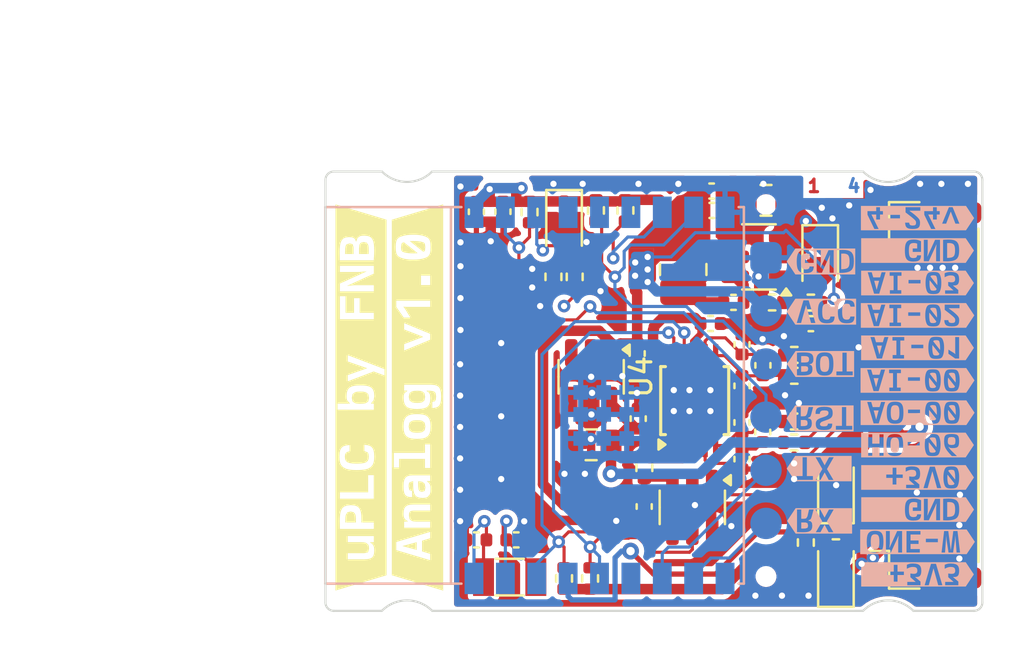
<source format=kicad_pcb>
(kicad_pcb (version 20221018) (generator pcbnew)
  (title_block (title "uPLC_Analog") (date "2024-02-20") (rev "v1.0"))
  (layers (0 "F.Cu" signal) (1 "In1.Cu" signal) (2 "In2.Cu" signal) (31 "B.Cu" signal) (34 "B.Paste" user) (35 "F.Paste" user) (36 "B.SilkS" user "B.Silkscreen") (37 "F.SilkS" user "F.Silkscreen") (38 "B.Mask" user) (39 "F.Mask" user) (44 "Edge.Cuts" user))
  (net 0 "")
  (net 1 "+VDC")
  (net 2 "GND")
  (net 3 "+3.3V")
  (net 4 "Net-(U3-GPIO0{slash}ADC1_CH0{slash}XTAL_32K_P)")
  (net 5 "TX")
  (net 6 "RX")
  (net 7 "BOOT")
  (net 8 "RST")
  (net 9 "ONEWIRE")
  (net 10 "ONEWIRE_OUT")
  (net 11 "Net-(U1-BST)")
  (net 12 "+3V0")
  (net 13 "Net-(U2-AIN0)")
  (net 14 "Net-(U3-GPIO1{slash}ADC1_CH1{slash}XTAL_32K_N)")
  (net 15 "/SW")
  (net 16 "/FB")
  (net 17 "/VIN_P")
  (net 18 "Net-(U2-AIN1)")
  (net 19 "Net-(U2-AIN2)")
  (net 20 "Net-(U2-AIN3)")
  (net 21 "SCL")
  (net 22 "SDA")
  (net 23 "ADC")
  (net 24 "AIN0")
  (net 25 "AIN1")
  (net 26 "AIN2")
  (net 27 "AIN3")
  (net 28 "ADC_DRDY")
  (net 34 "ENBL_PSUP")
  (net 36 "AOUT0")
  (net 37 "Net-(U3-GPIO8)")
  (footprint "Resistor_SMD:R_0402_1005Metric" (layer "F.Cu") (at 122.51 80.565)
    (fp_text reference "R11" hide)
    (fp_text value "499R" hide)
  )
  (footprint "Capacitor_SMD:C_0402_1005Metric" (layer "F.Cu") (at 120.01 83.795 -90)
    (fp_text reference "C16" hide)
    (fp_text value "0.1uF" hide)
  )
  (footprint "Resistor_SMD:R_0402_1005Metric" (layer "F.Cu") (at 124.5 89 180)
    (fp_text reference "R13" hide)
    (fp_text value "100R" hide)
  )
  (footprint "Resistor_SMD:R_0402_1005Metric" (layer "F.Cu") (at 123.302168 78.064865)
    (fp_text reference "R14" hide)
    (fp_text value "182k" hide)
  )
  (footprint "Capacitor_SMD:C_0402_1005Metric" (layer "F.Cu") (at 123.302168 79.072365 180)
    (fp_text reference "C9" hide)
    (fp_text value "0.1uF" hide)
  )
  (footprint "Capacitor_SMD:C_0402_1005Metric" (layer "F.Cu") (at 115 80.5 -90)
    (fp_text reference "C10" hide)
    (fp_text value "0.1uF" hide)
  )
  (footprint "Package_TO_SOT_SMD:SOT-23-6" (layer "F.Cu") (at 117.636222 87.852642 -90)
    (fp_text reference "U5" hide)
    (fp_text value "MCP4725xxx-xCH" hide)
  )
  (footprint "Resistor_SMD:R_0402_1005Metric" (layer "F.Cu") (at 112.014 76.835 90)
    (fp_text reference "R7" hide)
    (fp_text value "309k" hide)
  )
  (footprint "Capacitor_SMD:C_0402_1005Metric" (layer "F.Cu") (at 118.51 79.065)
    (fp_text reference "C13" hide)
    (fp_text value "0.1uF" hide)
  )
  (footprint "Capacitor_SMD:C_0402_1005Metric" (layer "F.Cu") (at 121 84.25 90)
    (fp_text reference "C19" hide)
    (fp_text value "1uF" hide)
  )
  (footprint "Resistor_SMD:R_0402_1005Metric" (layer "F.Cu") (at 114.437926 73.66 90)
    (fp_text reference "R4" hide)
    (fp_text value "10K" hide)
  )
  (footprint "Diode_SMD:D_SOD-323" (layer "F.Cu") (at 111.506 74.295 -90)
    (fp_text reference "D3" hide)
    (fp_text value "1N5819WS" hide)
  )
  (footprint "Capacitor_SMD:C_0402_1005Metric" (layer "F.Cu") (at 118.565517 73.661241)
    (fp_text reference "C12" hide)
    (fp_text value "22uf" hide)
  )
  (footprint "Connector_JST:JST_GH_SM12B-GHS-TB_1x12-1MP_P1.25mm_Horizontal" (layer "F.Cu") (at 128.75 82.5 90)
    (fp_text reference "J2" hide)
    (fp_text value "SM12B-GHS-TB(LF)(SN)")
  )
  (footprint "Resistor_SMD:R_0402_1005Metric" (layer "F.Cu") (at 109.855 73.738298 -90)
    (fp_text reference "R1" hide)
    (fp_text value "10K" hide)
  )
  (footprint "Resistor_SMD:R_0402_1005Metric" (layer "F.Cu") (at 115.343719 85.962304 -90)
    (fp_text reference "R12" hide)
    (fp_text value "10K" hide)
  )
  (footprint "Capacitor_SMD:C_0402_1005Metric" (layer "F.Cu") (at 121.01 81.065 90)
    (fp_text reference "C20" hide)
    (fp_text value "1uF" hide)
  )
  (footprint "Capacitor_SMD:C_0402_1005Metric" (layer "F.Cu") (at 109.22 89.408)
    (fp_text reference "C4" hide)
    (fp_text value "20pf" hide)
  )
  (footprint "Resistor_SMD:R_0402_1005Metric" (layer "F.Cu") (at 122.5 83.75)
    (fp_text reference "R9" hide)
    (fp_text value "499R" hide)
  )
  (footprint "Diode_SMD:D_SOD-323" (layer "F.Cu") (at 123.749442 75.974373 -90)
    (fp_text reference "D4" hide)
    (fp_text value "1N5819WS" hide)
  )
  (footprint "Capacitor_SMD:C_0402_1005Metric" (layer "F.Cu") (at 120.01 80.065 -90)
    (fp_text reference "C18" hide)
    (fp_text value "0.1uF" hide)
  )
  (footprint "Resistor_SMD:R_0402_1005Metric" (layer "F.Cu") (at 111.506 91.25 -90)
    (fp_text reference "R5" hide)
    (fp_text value "10K" hide)
  )
  (footprint "Package_TO_SOT_SMD:TSOT-23-6" (layer "F.Cu") (at 120.82238 75.881225 180)
    (fp_text reference "U1" hide)
    (fp_text value "AP63201WU" hide)
  )
  (footprint "Diode_SMD:D_SOD-323" (layer "F.Cu") (at 124.5 87 90)
    (fp_text reference "D2" hide)
    (fp_text value "1N5819WS" hide)
  )
  (footprint "Capacitor_SMD:C_0805_2012Metric" (layer "F.Cu") (at 112.8 84.8625 180)
    (fp_text reference "C7" hide)
    (fp_text value "10uF" hide)
  )
  (footprint "Capacitor_SMD:C_0402_1005Metric" (layer "F.Cu") (at 118.559221 72.73351)
    (fp_text reference "C8" hide)
    (fp_text value "22uf" hide)
  )
  (footprint "Capacitor_SMD:C_0402_1005Metric" (layer "F.Cu") (at 107.315 73.72445 -90)
    (fp_text reference "C3" hide)
    (fp_text value "0.1uF" hide)
  )
  (footprint "kibuzzard-65D49092" (layer "F.Cu") (at 101.8 82.6 90)
    (fp_text reference "kibuzzard-65D49092" hide)
    (fp_text value "G***" hide)
  )
  (footprint "Resistor_SMD:R_0402_1005Metric" (layer "F.Cu") (at 110.998 76.835 -90)
    (fp_text reference "R3" hide)
    (fp_text value "10K" hide)
  )
  (footprint "Package_SO:TSSOP-10_3x3mm_P0.5mm" (layer "F.Cu") (at 117.75 82.75 90)
    (fp_text reference "U2" hide)
    (fp_text value "ADS1115IDGS" hide)
  )
  (footprint "Resistor_SMD:R_0402_1005Metric" (layer "F.Cu") (at 121.450406 78.058122)
    (fp_text reference "R15" hide)
    (fp_text value "62k" hide)
  )
  (footprint "Inductor_SMD:L_1008_2520Metric" (layer "F.Cu") (at 117.200406 76.48351 90)
    (fp_text reference "L1" hide)
    (fp_text value "6.8uH" hide)
  )
  (footprint "Resistor_SMD:R_0402_1005Metric" (layer "F.Cu") (at 122.5 84.75)
    (fp_text reference "R8" hide)
    (fp_text value "499R" hide)
  )
  (footprint "kibuzzard-65DC9C3C" (layer "F.Cu") (at 104.5 82.6 90)
    (fp_text reference "kibuzzard-65DC9C3C" hide)
    (fp_text value "G***" hide)
  )
  (footprint "Resistor_SMD:R_0402_1005Metric" (layer "F.Cu") (at 122.51 81.565)
    (fp_text reference "R10" hide)
    (fp_text value "499R" hide)
  )
  (footprint "Resistor_SMD:R_0402_1005Metric" (layer "F.Cu") (at 112.75 91.25 -90)
    (fp_text reference "R16" hide)
    (fp_text value "10K" hide)
  )
  (footprint "Capacitor_SMD:C_0402_1005Metric" (layer "F.Cu") (at 120.01 82.045 90)
    (fp_text reference "C17" hide)
    (fp_text value "0.1uF" hide)
  )
  (footprint "Crystal:Crystal_SMD_3215-2Pin_3.2x1.5mm" (layer "F.Cu") (at 108.905989 91.186465)
    (fp_text reference "Y1" hide)
    (fp_text value "32.768khz 3215 12.5pf" hide)
  )
  (footprint "Diode_SMD:D_SOD-323" (layer "F.Cu") (at 124.5 91 90)
    (fp_text reference "D1" hide)
    (fp_text value "1N5819WS" hide)
  )
  (footprint "Capacitor_SMD:C_0402_1005Metric" (layer "F.Cu") (at 115.05 83.6125 90)
    (fp_text reference "C6" hide)
    (fp_text value "0.1uF" hide)
  )
  (footprint "Capacitor_SMD:C_0402_1005Metric" (layer "F.Cu") (at 115.336222 87.812642 -90)
    (fp_text reference "C14" hide)
    (fp_text value "0.1uF" hide)
  )
  (footprint "Capacitor_SMD:C_0805_2012Metric" (layer "F.Cu") (at 121.158 73.177632 180)
    (fp_text reference "C5" hide)
    (fp_text value "10uF" hide)
  )
  (footprint "Capacitor_SMD:C_0402_1005Metric" (layer "F.Cu") (at 108.585 73.719836 -90)
    (fp_text reference "C11" hide)
    (fp_text value "22uf" hide)
  )
  (footprint "Capacitor_SMD:C_0402_1005Metric" (layer "F.Cu") (at 120.01 85.545 90)
    (fp_text reference "C15" hide)
    (fp_text value "0.1uF" hide)
  )
  (footprint "Capacitor_SMD:C_0402_1005Metric" (layer "F.Cu") (at 107.315 89.408)
    (fp_text reference "C1" hide)
    (fp_text value "20pf" hide)
  )
  (footprint "Capacitor_SMD:C_0402_1005Metric" (layer "F.Cu") (at 119.604047 78.055779)
    (fp_text reference "C2" hide)
    (fp_text value "0.1uF" hide)
  )
  (footprint "Package_TO_SOT_SMD:SOT-23-5" (layer "F.Cu") (at 112.8 81.6125 -90)
    (fp_text reference "U4")
    (fp_text value "LP5907MFX-3.0" hide)
  )
  (footprint "Resistor_SMD:R_0402_1005Metric" (layer "F.Cu") (at 123.063 89.535 90)
    (fp_text reference "R6" hide)
    (fp_text value "10K" hide)
  )
  (footprint "Resistor_SMD:R_0402_1005Metric" (layer "F.Cu") (at 113.03 73.66 -90)
    (fp_text reference "R2" hide)
    (fp_text value "10K" hide)
  )
  (footprint "kibuzzard-65D7176D" (layer "B.Cu") (at 123.763688 81)
    (fp_text reference "kibuzzard-65D7176D" hide)
    (fp_text value "G***" hide)
  )
  (footprint "kibuzzard-65DC95EF" (layer "B.Cu") (at 128.4 80.22805)
    (fp_text reference "kibuzzard-65DC95EF" hide)
    (fp_text value "G***" hide)
  )
  (footprint "kibuzzard-65DC95DA" (layer "B.Cu") (at 128.4 77.129356)
    (fp_text reference "kibuzzard-65DC95DA" hide)
    (fp_text value "G***" hide)
  )
  (footprint "kibuzzard-65D7177B" (layer "B.Cu") (at 123.785094 76.1)
    (fp_text reference "kibuzzard-65D7177B" hide)
    (fp_text value "G***" hide)
  )
  (footprint "kibuzzard-65DC95E5" (layer "B.Cu") (at 128.402262 78.678703)
    (fp_text reference "kibuzzard-65DC95E5" hide)
    (fp_text value "G***" hide)
  )
  (footprint "esprelay:kibuzzard-65D3616E" (layer "B.Cu") (at 128.4 74.026138)
    (fp_text reference "kibuzzard-65D3616E" hide)
    (fp_text value "G***" hide)
  )
  (footprint "TestPoint:TestPoint_Pad_1.0x1.0mm_6pad" (layer "B.Cu") (at 121.158 75.92 -90)
    (fp_text reference "J1" hide)
    (fp_text value "Conn_01x06_Pin" hide)
  )
  (footprint "esprelay:kibuzzard-65D460A0" (layer "B.Cu") (at 123.720876 88.5)
    (fp_text reference "kibuzzard-65D460A0" hide)
    (fp_text value "G***" hide)
  )
  (footprint "esprelay:kibuzzard-65D46022" (layer "B.Cu") (at 123.742282 83.6)
    (fp_text reference "kibuzzard-65D46022" hide)
    (fp_text value "G***" hide)
  )
  (footprint "kibuzzard-65DC9610" (layer "B.Cu") (at 128.40377 83.329005)
    (fp_text reference "kibuzzard-65DC9610" hide)
    (fp_text value "G***" hide)
  )
  (footprint "kibuzzard-65DC961D" (layer "B.Cu") (at 128.402262 86.423174)
    (fp_text reference "kibuzzard-65DC961D" hide)
    (fp_text value "G***" hide)
  )
  (footprint "esprelay:kibuzzard-65D36177" (layer "B.Cu") (at 128.401508 75.577747)
    (fp_text reference "kibuzzard-65D36177" hide)
    (fp_text value "G***" hide)
  )
  (footprint "kibuzzard-65D74DE1" (layer "B.Cu") (at 128.404776 87.958194)
    (fp_text reference "kibuzzard-65D74DE1" hide)
    (fp_text value "G***" hide)
  )
  (footprint "kibuzzard-65D74DEE" (layer "B.Cu") (at 128.4 89.5)
    (fp_text reference "kibuzzard-65D74DEE" hide)
    (fp_text value "G***" hide)
  )
  (footprint "kibuzzard-65D8B121" (layer "B.Cu") (at 128.4 84.873827)
    (fp_text reference "kibuzzard-65D8B121" hide)
    (fp_text value "G***" hide)
  )
  (footprint "esprelay:kibuzzard-65D46066" (layer "B.Cu") (at 123.69947 86)
    (fp_text reference "kibuzzard-65D46066" hide)
    (fp_text value "G***" hide)
  )
  (footprint "kibuzzard-65DC95F6" (layer "B.Cu") (at 128.4 81.784183)
    (fp_text reference "kibuzzard-65DC95F6" hide)
    (fp_text value "G***" hide)
  )
  (footprint "kibuzzard-65D71774" (layer "B.Cu") (at 123.8065 78.5)
    (fp_text reference "kibuzzard-65D71774" hide)
    (fp_text value "G***" hide)
  )
  (footprint "kibuzzard-65D74DFB" (layer "B.Cu") (at 128.4 91.056138)
    (fp_text reference "kibuzzard-65D74DFB" hide)
    (fp_text value "G***" hide)
  )
  (footprint "PCM_Espressif:ESP32-C3-WROOM-02" (layer "B.Cu") (at 113.1 82.5 -90)
    (fp_text reference "U3" hide)
    (fp_text value "ESP32-C3-WROOM-02")
  )
  (gr_arc (start 100.1 72.2) (mid 100.217157 71.917157) (end 100.5 71.8) (stroke (width 0.1)) (layer "Edge.Cuts"))
  (gr_arc (start 128.2 71.802944) (mid 127 72.3) (end 125.8 71.802944) (stroke (width 0.1)) (layer "Edge.Cuts"))
  (gr_line (start 131.5 72.2) (end 131.5 92.4) (stroke (width 0.1)) (layer "Edge.Cuts"))
  (gr_arc (start 100.5 92.8) (mid 100.217157 92.682843) (end 100.1 92.4) (stroke (width 0.1)) (layer "Edge.Cuts"))
  (gr_line (start 102.8 92.8) (end 100.5 92.8) (stroke (width 0.1)) (layer "Edge.Cuts"))
  (gr_arc (start 125.8 92.797056) (mid 127 92.3) (end 128.2 92.797056) (stroke (width 0.1)) (layer "Edge.Cuts"))
  (gr_arc (start 131.5 92.4) (mid 131.382843 92.682843) (end 131.1 92.8) (stroke (width 0.1)) (layer "Edge.Cuts"))
  (gr_arc (start 131.1 71.8) (mid 131.382843 71.917157) (end 131.5 72.2) (stroke (width 0.1)) (layer "Edge.Cuts"))
  (gr_line (start 100.5 71.8) (end 102.8 71.8) (stroke (width 0.1)) (layer "Edge.Cuts"))
  (gr_arc (start 102.8 92.797056) (mid 104 92.3) (end 105.2 92.797056) (stroke (width 0.1)) (layer "Edge.Cuts"))
  (gr_arc (start 105.2 71.8) (mid 104 72.297056) (end 102.8 71.8) (stroke (width 0.1)) (layer "Edge.Cuts"))
  (gr_line (start 125.8 92.8) (end 105.2 92.8) (stroke (width 0.1)) (layer "Edge.Cuts"))
  (gr_line (start 100.1 92.4) (end 100.1 72.2) (stroke (width 0.1)) (layer "Edge.Cuts"))
  (gr_line (start 131.1 92.8) (end 128.2 92.8) (stroke (width 0.1)) (layer "Edge.Cuts"))
  (gr_line (start 128.2 71.8) (end 131.1 71.8) (stroke (width 0.1)) (layer "Edge.Cuts"))
  (gr_line (start 105.2 71.8) (end 125.8 71.8) (stroke (width 0.1)) (layer "Edge.Cuts"))
  (gr_text "1" (at 123.066142 72.844307) (layer "F.Cu") (effects (font (size 0.6 0.6) (thickness 0.15) bold) (justify left bottom)))
  (gr_text "4" (at 124.971142 72.844307) (layer "B.Cu") (effects (font (size 0.6 0.6) (thickness 0.15) bold) (justify left bottom)))
  (segment (start 125.148815 75.625) (end 123.749442 77.024373) (width 0.5) (layer "F.Cu") (net 1))
  (segment (start 126.9 75.625) (end 125.148815 75.625) (width 0.5) (layer "F.Cu") (net 1))
  (segment (start 117.636222 86.715142) (end 117.636222 87.363778) (width 0.4) (layer "F.Cu") (net 2))
  (segment (start 126.9 86.875) (end 128.098828 86.875) (width 0.5) (layer "F.Cu") (net 2))
  (segment (start 128.636556 86.875) (end 130.055 86.875) (width 0.5) (layer "F.Cu") (net 2))
  (segment (start 112.509916 84.8625) (end 112.788898 84.583518) (width 0.4) (layer "F.Cu") (net 2))
  (segment (start 107.8992 75.184) (end 106.553 75.184) (width 0.5) (layer "F.Cu") (net 2))
  (segment (start 126.9 76.875) (end 127.925 76.875) (width 0.5) (layer "F.Cu") (net 2))
  (segment (start 115.207358 88.292642) (end 115 88.5) (width 0.4) (layer "F.Cu") (net 2))
  (segment (start 115.651222 87.977642) (end 117.022358 87.977642) (width 0.4) (layer "F.Cu") (net 2))
  (segment (start 128.367692 87.143864) (end 128.636556 86.875) (width 0.5) (layer "F.Cu") (net 2))
  (segment (start 119.259858 88.990142) (end 119.5 88.75) (width 0.4) (layer "F.Cu") (net 2))
  (segment (start 109.7 89.408) (end 109.7 88.618) (width 0.25) (layer "F.Cu") (net 2))
  (segment (start 110.998 77.345) (end 109.984 77.345) (width 0.5) (layer "F.Cu") (net 2))
  (segment (start 118.586222 88.990142) (end 119.259858 88.990142) (width 0.4) (layer "F.Cu") (net 2))
  (segment (start 117.75 84) (end 117.75 84.9) (width 0.4) (layer "F.Cu") (net 2))
  (segment (start 115 80.98) (end 114.889383 80.98) (width 0.4) (layer "F.Cu") (net 2))
  (segment (start 124.5 86.781) (end 124.5108 86.7918) (width 0.5) (layer "F.Cu") (net 2))
  (segment (start 120.236767 79.811767) (end 120.993963 79.811767) (width 0.5) (layer "F.Cu") (net 2))
  (segment (start 117.022358 87.977642) (end 117.636222 87.363778) (width 0.4) (layer "F.Cu") (net 2))
  (segment (start 120.458477 82.866523) (end 122.726505 82.866523) (width 0.5) (layer "F.Cu") (net 2))
  (segment (start 115 88.5) (end 114 88.5) (width 0.4) (layer "F.Cu") (net 2))
  (segment (start 117.636222 87.363778) (end 117.636222 87.620535) (width 0.4) (layer "F.Cu") (net 2))
  (segment (start 120.993963 79.811767) (end 121.871321 79.811767) (width 0.5) (layer "F.Cu") (net 2))
  (segment (start 115.336222 88.292642) (end 115.207358 88.292642) (width 0.4) (layer "F.Cu") (net 2))
  (segment (start 109.7 88.618) (end 109.601 88.519) (width 0.25) (layer "F.Cu") (net 2))
  (segment (start 118.586222 88.990142) (end 118.586222 87.836222) (width 0.4) (layer "F.Cu") (net 2))
  (segment (start 112.8 81.6125) (end 112.8 80.475) (width 0.4) (layer "F.Cu") (net 2))
  (segment (start 124.5108 86.7918) (end 124.6124 86.8934) (width 0.5) (layer "F.Cu") (net 2))
  (segment (start 111.85 84.8625) (end 112.509916 84.8625) (width 0.4) (layer "F.Cu") (net 2))
  (segment (start 108.585 74.199836) (end 108.0008 74.199836) (width 0.5) (layer "F.Cu") (net 2))
  (segment (start 118.586222 87.836222) (end 118.494834 87.744834) (width 0.4) (layer "F.Cu") (net 2))
  (segment (start 128.098828 86.875) (end 128.367692 87.143864) (width 0.5) (layer "F.Cu") (net 2))
  (segment (start 118.99 79.065) (end 119.49 79.065) (width 0.5) (layer "F.Cu") (net 2))
  (segment (start 116.75 84) (end 116.75 84.9) (width 0.4) (layer "F.Cu") (net 2))
  (segment (start 108.0008 74.199836) (end 107.319614 74.199836) (width 0.5) (layer "F.Cu") (net 2))
  (segment (start 115.336222 88.292642) (end 115.651222 87.977642) (width 0.4) (layer "F.Cu") (net 2))
  (segment (start 121.871321 79.811767) (end 122.013209 79.669879) (width 0.5) (layer "F.Cu") (net 2))
  (segment (start 124.6124 86.8934) (end 126.8816 86.8934) (width 0.5) (layer "F.Cu") (net 2))
  (segment (start 124.5 85.95) (end 124.5 86.781) (width 0.5) (layer "F.Cu") (net 2))
  (segment (start 118.494834 87.744834) (end 117.760521 87.744834) (width 0.4) (layer "F.Cu") (net 2))
  (segment (start 119.49 79.065) (end 120.236767 79.811767) (width 0.5) (layer "F.Cu") (net 2))
  (segment (start 122.036618 82.525) (end 122.067212 82.494406) (width 0.5) (layer "F.Cu") (net 2))
  (segment (start 109.984 77.345) (end 109.982 77.343) (width 0.5) (layer "F.Cu") (net 2))
  (segment (start 117.636222 87.620535) (end 117.760521 87.744834) (width 0.4) (layer "F.Cu") (net 2))
  (segment (start 117.5 83.25) (end 116.75 84) (width 0.4) (layer "F.Cu") (net 2))
  (segment (start 119.49 79.065) (end 120.01 79.585) (width 0.5) (layer "F.Cu") (net 2))
  (segment (start 127.925 76.875) (end 128.4 76.4) (width 0.5) (layer "F.Cu") (net 2))
  (segment (start 115.05 82.440018) (end 114.99191 82.381928) (width 0.4) (layer "F.Cu") (net 2))
  (segment (start 120.01 83.315) (end 120.458477 82.866523) (width 0.5) (layer "F.Cu") (net 2))
  (segment (start 115.05 83.1325) (end 115.05 82.440018) (width 0.4) (layer "F.Cu") (net 2))
  (segment (start 118.5 83.25) (end 117.75 84) (width 0.4) (layer "F.Cu") (net 2))
  (segment (start 108.0008 74.199836) (end 108.0008 75.0824) (width 0.5) (layer "F.Cu") (net 2))
  (segment (start 120.01 82.525) (end 122.036618 82.525) (width 0.5) (layer "F.Cu") (net 2))
  (segment (start 109.61552 88.50448) (end 109.601 88.519) (width 0.5) (layer "F.Cu") (net 2))
  (segment (start 108.0008 75.0824) (end 108.0008 75.1332) (width 0.5) (layer "F.Cu") (net 2))
  (segment (start 107.95 75.1332) (end 107.8992 75.184) (width 0.5) (layer "F.Cu") (net 2))
  (segment (start 108.0008 75.1332) (end 107.95 75.1332) (width 0.5) (layer "F.Cu") (net 2))
  (segment (start 114.889383 80.98) (end 114.292296 81.577087) (width 0.4) (layer "F.Cu") (net 2))
  (segment (start 130.055 86.875) (end 130.429 87.249) (width 0.5) (layer "F.Cu") (net 2))
  (segment (start 111.85 85.925) (end 111.525 86.25) (width 0.4) (layer "F.Cu") (net 2))
  (segment (start 111.85 84.8625) (end 111.85 85.925) (width 0.4) (layer "F.Cu") (net 2))
  (via (at 130.81 72.39) (size 0.6) (drill 0.3) (layers "F.Cu" "B.Cu") (net 2))
  (via (at 122.726505 82.866523) (size 0.6) (drill 0.3) (layers "F.Cu" "B.Cu") (net 2))
  (via (at 113.247677 77.518201) (size 0.6) (drill 0.3) (layers "F.Cu" "B.Cu") (net 2))
  (via (at 106.553 75.184) (size 0.6) (drill 0.3) (layers "F.Cu" "B.Cu") (net 2))
  (via (at 121.031 72.39) (size 0.6) (drill 0.3) (layers "F.Cu" "B.Cu") (net 2))
  (via (at 106.536402 85.512134) (size 0.6) (drill 0.3) (layers "F.Cu" "B.Cu") (net 2))
  (via (at 129.6 76.4) (size 0.6) (drill 0.3) (layers "F.Cu" "B.Cu") (net 2))
  (via (at 122.5 85.75) (size 0.6) (drill 0.3) (layers "F.Cu" "B.Cu") (net 2))
  (via (at 118.5 82.25) (size 0.6) (drill 0.3) (layers "F.Cu" "B.Cu") (net 2))
  (via (at 108.5 80) (size 0.6) (drill 0.3) (layers "F.Cu" "B.Cu") (net 2))
  (via (at 109.982 77.343) (size 0.6) (drill 0.3) (layers "F.Cu" "B.Cu") (net 2))
  (via (at 126.152645 72.680001) (size 0.6) (drill 0.3) (layers "F.Cu" "B.Cu") (net 2))
  (via (at 106.536402 87.012134) (size 0.6) (drill 0.3) (layers "F.Cu" "B.Cu") (net 2))
  (via (at 106.536402 82.512134) (size 0.6) (drill 0.3) (layers "F.Cu" "B.Cu") (net 2))
  (via (at 106.553 79.375) (size 0.6) (drill 0.3) (layers "F.Cu" "B.Cu") (net 2))
  (via (at 128.4 76.4) (size 0.6) (drill 0.3) (layers "F.Cu" "B.Cu") (net 2))
  (via (at 114.99191 82.381928) (size 0.6) (drill 0.3) (layers "F.Cu" "B.Cu") (net 2))
  (via (at 122.067212 82.494406) (size 0.6) (drill 0.3) (layers "F.Cu" "B.Cu") (net 2))
  (via (at 114 88.5) (size 0.6) (drill 0.3) (layers "F.Cu" "B.Cu") (net 2))
  (via (at 129.54 72.39) (size 0.6) (drill 0.3) (layers "F.Cu" "B.Cu") (net 2))
  (via (at 110.998 72.39) (size 0.6) (drill 0.3) (layers "F.Cu" "B.Cu") (net 2))
  (via (at 112.395 72.39) (size 0.6) (drill 0.3) (layers "F.Cu" "B.Cu") (net 2))
  (via (at 106.536402 81.012134) (size 0.6) (drill 0.3) (layers "F.Cu" "B.Cu") (net 2))
  (via (at 106.536402 84.012134) (size 0.6) (drill 0.3) (layers "F.Cu" "B.Cu") (net 2))
  (via (at 117.760521 87.744834) (size 0.6) (drill 0.3) (layers "F.Cu" "B.Cu") (net 2))
  (via (at 128.367692 87.143864) (size 0.6) (drill 0.3) (layers "F.Cu" "B.Cu") (net 2))
  (via (at 125.586014 80.201636) (size 0.6) (drill 0.3) (layers "F.Cu" "B.Cu") (net 2))
  (via (at 114.292296 81.577087) (size 0.6) (drill 0.3) (layers "F.Cu" "B.Cu") (net 2))
  (via (at 128.524 72.39) (size 0.6) (drill 0.3) (layers "F.Cu" "B.Cu") (net 2))
  (via (at 115.062 72.39) (size 0.6) (drill 0.3) (layers "F.Cu" "B.Cu") (net 2))
  (via (at 123.825 73.533) (size 0.6) (drill 0.3) (layers "F.Cu" "B.Cu") (net 2))
  (via (at 129 76.4) (size 0.6) (drill 0.3) (layers "F.Cu" "B.Cu") (net 2))
  (via (at 111.525 86.25) (size 0.6) (drill 0.3) (layers "F.Cu" "B.Cu") (net 2))
  (via (at 130.4 90.3) (size 0.6) (drill 0.3) (layers "F.Cu" "B.Cu") (net 2))
  (via (at 123.19 92.075) (size 0.6) (drill 0.3) (layers "F.Cu" "B.Cu") (net 2))
  (via (at 106.553 77.851) (size 0.6) (drill 0.3) (layers "F.Cu" "B.Cu") (net 2))
  (via (at 119.5 88.75) (size 0.6) (drill 0.3) (layers "F.Cu" "B.Cu") (net 2))
  (via (at 120.993963 79.811767) (size 0.6) (drill 0.3) (layers "F.Cu" "B.Cu") (net 2))
  (via (at 108.0008 75.1332) (size 0.6) (drill 0.3) (layers "F.Cu" "B.Cu") (net 2))
  (via (at 109.601 88.519) (size 0.6) (drill 0.3) (layers "F.Cu" "B.Cu") (net 2))
  (via (at 117.5 83.25) (size 0.6) (drill 0.3) (layers "F.Cu" "B.Cu") (net 2))
  (via (at 112.578872 75.172375) (size 0.6) (drill 0.3) (layers "F.Cu" "B.Cu") (net 2))
  (via (at 109.982 76.454) (size 0.6) (drill 0.3) (layers "F.Cu" "B.Cu") (net 2))
  (via (at 120.800406 76.818) (size 0.6) (drill 0.3) (layers "F.Cu" "B.Cu") (net 2))
  (via (at 112.8 81.6125) (size 0.6) (drill 0.3) (layers "F.Cu" "B.Cu") (net 2))
  (via (at 118.5 83.25) (size 0.6) (drill 0.3) (layers "F.Cu" "B.Cu") (net 2))
  (via (at 116.75 82.25) (size 0.6) (drill 0.3) (layers "F.Cu" "B.Cu") (net 2))
  (via (at 122.5 86.5) (size 0.6) (drill 0.3) (layers "F.Cu" "B.Cu") (net 2))
  (via (at 117.5 82.25) (size 0.6) (drill 0.3) (layers "F.Cu" "B.Cu") (net 2))
  (via (at 106.553 72.517) (size 0.6) (drill 0.3) (layers "F.Cu" "B.Cu") (net 2))
  (via (at 112.813167 83.412564) (size 0.6) (drill 0.3) (layers "F.Cu" "B.Cu") (net 2))
  (via (at 120.65 92.075) (size 0.6) (drill 0.3) (layers "F.Cu" "B.Cu") (net 2))
  (via (at 125.134488 73.420269) (size 0.6) (drill 0.3) (layers "F.Cu" "B.Cu") (net 2))
  (via (at 130.429 87.249) (size 0.6) (drill 0.3) (layers "F.Cu" "B.Cu") (net 2))
  (via (at 112.788898 84.583518) (size 0.6) (drill 0.3) (layers "F.Cu" "B.Cu") (net 2))
  (via (at 112.5 86.25) (size 0.6) (drill 0.3) (layers "F.Cu" "B.Cu") (net 2))
  (via (at 106.553 76.327) (size 0.6) (drill 0.3) (layers "F.Cu" "B.Cu") (net 2))
  (via (at 130.2 76.4) (size 0.6) (drill 0.3) (layers "F.Cu" "B.Cu") (net 2))
  (via (at 124.333 74.041) (size 0.6) (drill 0.3) (layers "F.Cu" "B.Cu") (net 2))
  (via (at 124.5108 86.7918) (size 0.6) (drill 0.3) (layers "F.Cu" "B.Cu") (net 2))
  (via (at 122.013209 79.669879) (size 0.6) (drill 0.3) (layers "F.Cu" "B.Cu") (net 2))
  (via (at 108.5 86.5) (size 0.6) (drill 0.3) (layers "F.Cu" "B.Cu") (net 2))
  (via (at 112.843502 82.381153) (size 0.6) (drill 0.3) (layers "F.Cu" "B.Cu") (net 2))
  (via (at 108.5 83.5) (size 0.6) (drill 0.3) (layers "F.Cu" "B.Cu") (net 2))
  (via (at 106.536402 88.512134) (size 0.6) (drill 0.3) (layers "F.Cu" "B.Cu") (net 2))
  (via (at 116.75 83.25) (size 0.6) (drill 0.3) (layers "F.Cu" "B.Cu") (net 2))
  (via (at 130.4 88.7) (size 0.6) (drill 0.3) (layers "F.Cu" "B.Cu") (net 2))
  (via (at 121.92 92.075) (size 0.6) (drill 0.3) (layers "F.Cu" "B.Cu") (net 2))
  (via (at 110.363 78.232) (size 0.6) (drill 0.3) (layers "F.Cu" "B.Cu") (net 2))
  (via (at 116.967 72.39) (size 0.6) (drill 0.3) (layers "F.Cu" "B.Cu") (net 2))
  (segment (start 116.078 73.152) (end 117.200406 74.274406) (width 0.5) (layer "F.Cu") (net 3))
  (segment (start 109.22 73.24445) (end 109.22 72.644) (width 0.5) (layer "F.Cu") (net 3))
  (segment (start 125.73 90.551) (end 125.603 90.551) (width 0.5) (layer "F.Cu") (net 3))
  (segment (start 114.783012 87.75) (end 115.20037 87.332642) (width 0.5) (layer "F.Cu") (net 3))
  (segment (start 116.443384 86.472304) (end 116.686222 86.715142) (width 0.31) (layer "F.Cu") (net 3))
  (segment (start 123.812168 78.064865) (end 123.812168 79.042365) (width 0.15) (layer "F.Cu") (net 3))
  (segment (start 114.205 80.02) (end 113.75 80.475) (width 0.5) (layer "F.Cu") (net 3))
  (segment (start 115 77.583916) (end 115 80.02) (width 0.5) (layer "F.Cu") (net 3))
  (segment (start 109.270345 72.593655) (end 109.468964 72.593655) (width 0.5) (layer "F.Cu") (net 3))
  (segment (start 126.9 89.635) (end 126.2675 90.2675) (width 0.5) (layer "F.Cu") (net 3))
  (segment (start 124.400406 77.883534) (end 123.993499 77.883534) (width 0.15) (layer "F.Cu") (net 3))
  (segment (start 107.315 73.24445) (end 107.95 73.24445) (width 0.5) (layer "F.Cu") (net 3))
  (segment (start 113.75 80.475) (end 113.75 79.984683) (width 0.5) (layer "F.Cu") (net 3))
  (segment (start 124.5 91.482) (end 123.063 90.045) (width 0.5) (layer "F.Cu") (net 3))
  (segment (start 115.343719 86.472304) (end 116.443384 86.472304) (width 0.31) (layer "F.Cu") (net 3))
  (segment (start 113.177817 79.4125) (end 111.3375 79.4125) (width 0.5) (layer "F.Cu") (net 3))
  (segment (start 125.73 89.789) (end 126.144 89.375) (width 0.5) (layer "F.Cu") (net 3))
  (segment (start 126.144 89.375) (end 126.9 89.375) (width 0.5) (layer "F.Cu") (net 3))
  (segment (start 124.5 92.05) (end 124.5 91.482) (width 0.5) (layer "F.Cu") (net 3))
  (segment (start 114.359628 73.228298) (end 114.437926 73.15) (width 0.5) (layer "F.Cu") (net 3))
  (segment (start 109.855 73.228298) (end 114.359628 73.228298) (width 0.5) (layer "F.Cu") (net 3))
  (segment (start 115 80.02) (end 114.205 80.02) (width 0.5) (layer "F.Cu") (net 3))
  (segment (start 123.063 90.045) (end 120.775 90.045) (width 0.5) (layer "F.Cu") (net 3))
  (segment (start 107.95 73.24445) (end 107.95 72.644) (width 0.5) (layer "F.Cu") (net 3))
  (segment (start 114.900406 77.484322) (end 114.900406 76.78351) (width 0.5) (layer "F.Cu") (net 3))
  (segment (start 119.06 91.76) (end 111.57 91.76) (width 0.5) (layer "F.Cu") (net 3))
  (segment (start 115.20037 87.332642) (end 115.336222 87.332642) (width 0.5) (layer "F.Cu") (net 3))
  (segment (start 124.5 91.654) (end 124.5 92.05) (width 0.5) (layer "F.Cu") (net 3))
  (segment (start 126.9 89.375) (end 126.9 89.635) (width 0.5) (layer "F.Cu") (net 3))
  (segment (start 115 77.583916) (end 114.900406 77.484322) (width 0.5) (layer "F.Cu") (net 3))
  (segment (start 109.22 73.24445) (end 109.838848 73.24445) (width 0.5) (layer "F.Cu") (net 3))
  (segment (start 117.200406 74.274406) (end 117.200406 75.40851) (width 0.5) (layer "F.Cu") (net 3))
  (segment (start 120.775 90.045) (end 119.06 91.76) (width 0.5) (layer "F.Cu") (net 3))
  (segment (start 125.73 90.551) (end 125.73 89.789) (width 0.5) (layer "F.Cu") (net 3))
  (segment (start 114.439926 73.152) (end 116.078 73.152) (width 0.5) (layer "F.Cu") (net 3))
  (segment (start 107.95 73.24445) (end 109.22 73.24445) (width 0.5) (layer "F.Cu") (net 3))
  (segment (start 115.336222 87.332642) (end 115.336222 86.479801) (width 0.31) (layer "F.Cu") (net 3))
  (segment (start 113.75 79.984683) (end 113.177817 79.4125) (width 0.5) (layer "F.Cu") (net 3))
  (segment (start 109.22 72.644) (end 109.270345 72.593655) (width 0.5) (layer "F.Cu") (net 3))
  (segment (start 111.5 87.75) (end 114.783012 87.75) (width 0.5) (layer "F.Cu") (net 3))
  (segment (start 110.5 80.25) (end 110.5 86.75) (width 0.5) (layer "F.Cu") (net 3))
  (segment (start 125.603 90.551) (end 124.5 91.654) (width 0.5) (layer "F.Cu") (net 3))
  (segment (start 110.5 86.75) (end 111.5 87.75) (width 0.5) (layer "F.Cu") (net 3))
  (segment (start 111.3375 79.4125) (end 110.5 80.25) (width 0.5) (layer "F.Cu") (net 3))
  (segment (start 115.336222 86.479801) (end 115.343719 86.472304) (width 0.31) (layer "F.Cu") (net 3))
  (via (at 115.500406 76.48351) (size 0.6) (drill 0.3) (layers "F.Cu" "B.Cu") (net 3))
  (via (at 115.500406 77.08351) (size 0.6) (drill 0.3) (layers "F.Cu" "B.Cu") (net 3))
  (via (at 115.500406 75.88351) (size 0.6) (drill 0.3) (layers "F.Cu" "B.Cu") (net 3))
  (via (at 107.95 72.644) (size 0.6) (drill 0.3) (layers "F.Cu" "B.Cu") (net 3))
  (via (at 114.905 76.14778) (size 0.6) (drill 0.3) (layers "F.Cu" "B.Cu") (net 3))
  (via (at 126.2675 90.2675) (size 0.6) (drill 0.3) (layers "F.Cu" "B.Cu") (net 3))
  (via (at 114.900406 76.78351) (size 0.6) (drill 0.3) (layers "F.Cu" "B.Cu") (net 3))
  (via (at 109.468964 72.593655) (size 0.6) (drill 0.3) (layers "F.Cu" "B.Cu") (net 3))
  (via (at 124.400406 77.883534) (size 0.6) (drill 0.3) (layers "F.Cu" "B.Cu") (net 3))
  (via (at 125.73 90.551) (size 0.6) (drill 0.3) (layers "F.Cu" "B.Cu") (net 3))
  (segment (start 122 74.725) (end 117.775 74.725) (width 0.15) (layer "B.Cu") (net 3))
  (segment (start 108.000345 72.593655) (end 107.95 72.644) (width 0.5) (layer "B.Cu") (net 3))
  (segment (start 107.2 73.394) (end 107.95 72.644) (width 0.5) (layer "B.Cu") (net 3))
  (segment (start 124.400406 76.900406) (end 122.1125 74.6125) (width 0.15) (layer "B.Cu") (net 3))
  (segment (start 120.229046 77.531046) (end 121.158 78.46) (width 0.5) (layer "B.Cu") (net 3))
  (segment (start 109.468964 72.593655) (end 108.000345 72.593655) (width 0.5) (layer "B.Cu") (net 3))
  (segment (start 124.400406 77.883534) (end 124.400406 76.900406) (width 0.15) (layer "B.Cu") (net 3))
  (segment (start 115.947942 77.531046) (end 120.229046 77.531046) (width 0.5) (layer "B.Cu") (net 3))
  (segment (start 117.775 74.725) (end 116.61649 75.88351) (width 0.15) (layer "B.Cu") (net 3))
  (segment (start 122.1125 74.6125) (end 122 74.725) (width 0.15) (layer "B.Cu") (net 3))
  (segment (start 116.61649 75.88351) (end 115.500406 75.88351) (width 0.15) (layer "B.Cu") (net 3))
  (segment (start 115.500406 77.08351) (end 115.947942 77.531046) (width 0.5) (layer "B.Cu") (net 3))
  (segment (start 107.655989 89.547011) (end 107.655989 91.186465) (width 0.15) (layer "F.Cu") (net 4))
  (segment (start 107.795 88.618) (end 107.696 88.519) (width 0.15) (layer "F.Cu") (net 4))
  (segment (start 107.795 89.408) (end 107.795 88.618) (width 0.15) (layer "F.Cu") (net 4))
  (via (at 107.696 88.519) (size 0.6) (drill 0.3) (layers "F.Cu" "B.Cu") (net 4))
  (segment (start 107.2 91.25) (end 107.2 89.015) (width 0.15) (layer "B.Cu") (net 4))
  (segment (start 107.2 89.015) (end 107.696 88.519) (width 0.15) (layer "B.Cu") (net 4))
  (segment (start 116.2 90.05) (end 116.5 89.75) (width 0.15) (layer "B.Cu") (net 5))
  (segment (start 116.5 89.75) (end 117.488 89.75) (width 0.15) (layer "B.Cu") (net 5))
  (segment (start 117.488 89.75) (end 121.158 86.08) (width 0.15) (layer "B.Cu") (net 5))
  (segment (start 116.2 91.25) (end 116.2 90.05) (width 0.15) (layer "B.Cu") (net 5))
  (segment (start 117.7 91.1) (end 118.525 90.275) (width 0.15) (layer "B.Cu") (net 6))
  (segment (start 119.402 90.275) (end 121.057 88.62) (width 0.15) (layer "B.Cu") (net 6))
  (segment (start 118.525 90.275) (end 119.402 90.275) (width 0.15) (layer "B.Cu") (net 6))
  (segment (start 113.3018 76.200786) (end 113.3018 74.4418) (width 0.15) (layer "F.Cu") (net 7))
  (segment (start 113.3018 74.4418) (end 113.03 74.17) (width 0.15) (layer "F.Cu") (net 7))
  (segment (start 113.936014 76.835) (end 113.3018 76.200786) (width 0.15) (layer "F.Cu") (net 7))
  (via (at 113.936014 76.835) (size 0.6) (drill 0.3) (layers "F.Cu" "B.Cu") (net 7))
  (segment (start 114.38 76.391014) (end 114.38 75.612) (width 0.15) (layer "B.Cu") (net 7))
  (segment (start 113.936014 76.835) (end 114.38 76.391014) (width 0.15) (layer "B.Cu") (net 7))
  (segment (start 116.264736 75.311) (end 117.525736 74.05) (width 0.15) (layer "B.Cu") (net 7))
  (segment (start 114.681 75.311) (end 116.264736 75.311) (width 0.15) (layer "B.Cu") (net 7))
  (segment (start 118.051462 78.948538) (end 119.106538 78.948538) (width 0.15) (layer "B.Cu") (net 7))
  (segment (start 119.106538 78.948538) (end 121.158 81) (width 0.15) (layer "B.Cu") (net 7))
  (segment (start 117.352924 78.25) (end 118.051462 78.948538) (width 0.15) (layer "B.Cu") (net 7))
  (segment (start 113.936014 77.436014) (end 114.75 78.25) (width 0.15) (layer "B.Cu") (net 7))
  (segment (start 113.936014 76.835) (end 113.936014 77.436014) (width 0.15) (layer "B.Cu") (net 7))
  (segment (start 114.75 78.25) (end 117.352924 78.25) (width 0.15) (layer "B.Cu") (net 7))
  (segment (start 114.38 75.612) (end 114.681 75.311) (width 0.15) (layer "B.Cu") (net 7))
  (segment (start 117.525736 74.05) (end 117.7 74.05) (width 0.15) (layer "B.Cu") (net 7))
  (segment (start 109.855 74.248298) (end 109.855 74.93) (width 0.15) (layer "F.Cu") (net 8))
  (segment (start 109.347 78.220648) (end 110.018752 78.8924) (width 0.15) (layer "F.Cu") (net 8))
  (segment (start 109.347 75.438) (end 109.347 78.220648) (width 0.15) (layer "F.Cu") (net 8))
  (segment (start 110.018752 78.8924) (end 112.1076 78.8924) (width 0.15) (layer "F.Cu") (net 8))
  (segment (start 109.855 74.93) (end 109.347 75.438) (width 0.15) (layer "F.Cu") (net 8))
  (segment (start 112.1076 78.8924) (end 112.75 78.25) (width 0.15) (layer "F.Cu") (net 8))
  (via (at 112.75 78.25) (size 0.6) (drill 0.3) (layers "F.Cu" "B.Cu") (net 8))
  (via (at 109.347 75.438) (size 0.6) (drill 0.3) (layers "F.Cu" "B.Cu") (net 8))
  (segment (start 117.22866 78.55) (end 121.158 82.47934) (width 0.15) (layer "B.Cu") (net 8))
  (segment (start 112.75 78.25) (end 113.05 78.55) (width 0.15) (layer "B.Cu") (net 8))
  (segment (start 109.347 75.438) (end 108.7 74.791) (width 0.15) (layer "B.Cu") (net 8))
  (segment (start 121.158 82.47934) (end 121.158 83.54) (width 0.15) (layer "B.Cu") (net 8))
  (segment (start 108.7 74.791) (end 108.7 73.75) (width 0.15) (layer "B.Cu") (net 8))
  (segment (start 113.05 78.55) (end 117.22866 78.55) (width 0.15) (layer "B.Cu") (net 8))
  (segment (start 115.782764 91.042252) (end 114.683707 89.943195) (width 0.25) (layer "F.Cu") (net 9))
  (segment (start 123.99 89) (end 123.99 88.56) (width 0.5) (layer "F.Cu") (net 9))
  (segment (start 123.088 89) (end 123.063 89.025) (width 0.5) (layer "F.Cu") (net 9))
  (segment (start 123.061 89.027) (end 120.777 89.027) (width 0.25) (layer "F.Cu") (net 9))
  (segment (start 123.99 89) (end 123.088 89) (width 0.5) (layer "F.Cu") (net 9))
  (segment (start 123.99 89.44) (end 123.99 89) (width 0.5) (layer "F.Cu") (net 9))
  (segment (start 123.99 88.56) (end 124.5 88.05) (width 0.5) (layer "F.Cu") (net 9))
  (segment (start 120.777 89.027) (end 118.761748 91.042252) (width 0.25) (layer "F.Cu") (net 9))
  (segment (start 118.761748 91.042252) (end 115.782764 91.042252) (width 0.25) (layer "F.Cu") (net 9))
  (segment (start 124.5 89.95) (end 123.99 89.44) (width 0.5) (layer "F.Cu") (net 9))
  (via (at 114.683707 89.943195) (size 0.8) (drill 0.4) (layers "F.Cu" "B.Cu") (net 9))
  (segment (start 113.925 92.275) (end 113.944034 92.255966) (width 0.25) (layer "B.Cu") (net 9))
  (segment (start 113.944034 92.255966) (end 113.944034 90.255966) (width 0.25) (layer "B.Cu") (net 9))
  (segment (start 111.7 92.105105) (end 111.869895 92.275) (width 0.25) (layer "B.Cu") (net 9))
  (segment (start 114.256805 89.943195) (end 114.683707 89.943195) (width 0.25) (layer "B.Cu") (net 9))
  (segment (start 111.869895 92.275) (end 113.925 92.275) (width 0.25) (layer "B.Cu") (net 9))
  (segment (start 113.944034 90.255966) (end 114.256805 89.943195) (width 0.25) (layer "B.Cu") (net 9))
  (segment (start 111.7 91.25) (end 111.7 92.105105) (width 0.25) (layer "B.Cu") (net 9))
  (segment (start 114.7 89.959488) (end 114.683707 89.943195) (width 0.15) (layer "B.Cu") (net 9))
  (segment (start 125.885 88.125) (end 126.9 88.125) (width 0.5) (layer "F.Cu") (net 10))
  (segment (start 125.01 89) (end 125.885 88.125) (width 0.5) (layer "F.Cu") (net 10))
  (segment (start 120.084047 78.055779) (end 120.084047 77.230392) (width 0.5) (layer "F.Cu") (net 11))
  (segment (start 120.084047 77.230392) (end 119.68488 76.831225) (width 0.5) (layer "F.Cu") (net 11))
  (segment (start 117.765 78.8) (end 118.03 79.065) (width 0.5) (layer "F.Cu") (net 12))
  (segment (start 116.21005 78.8) (end 117.765 78.8) (width 0.5) (layer "F.Cu") (net 12))
  (segment (start 115.76 83.74) (end 115.76 79.367513) (width 0.5) (layer "F.Cu") (net 12))
  (segment (start 114.936325 84.0925) (end 115.05 84.0925) (width 0.5) (layer "F.Cu") (net 12))
  (segment (start 128.125 84.375) (end 128.5 84) (width 0.4) (layer "F.Cu") (net 12))
  (segment (start 117.68 79.9256) (end 118.03 79.5756) (width 0.31) (layer "F.Cu") (net 12))
  (segment (start 126.9 84.375) (end 128.125 84.375) (width 0.4) (layer "F.Cu") (net 12))
  (segment (start 114.52 84.0925) (end 113.75 84.8625) (width 0.5) (layer "F.Cu") (net 12))
  (segment (start 115.8 79.21005) (end 116.21005 78.8) (width 0.5) (layer "F.Cu") (net 12))
  (segment (start 115.76 79.367513) (end 115.8 79.327513) (width 0.5) (layer "F.Cu") (net 12))
  (segment (start 117.75 80.6) (end 117.68 80.53) (width 0.31) (layer "F.Cu") (net 12))
  (segment (start 113.75 82.906175) (end 114.936325 84.0925) (width 0.5) (layer "F.Cu") (net 12))
  (segment (start 115.05 84.0925) (end 114.52 84.0925) (width 0.5) (layer "F.Cu") (net 12))
  (segment (start 118.03 79.5756) (end 118.03 79.065) (width 0.31) (layer "F.Cu") (net 12))
  (segment (start 115.4075 84.0925) (end 115.76 83.74) (width 0.5) (layer "F.Cu") (net 12))
  (segment (start 115.05 84.0925) (end 115.4075 84.0925) (width 0.5) (layer "F.Cu") (net 12))
  (segment (start 115.8 79.327513) (end 115.8 79.21005) (width 0.5) (layer "F.Cu") (net 12))
  (segment (start 113.75 82.75) (end 113.75 82.906175) (width 0.5) (layer "F.Cu") (net 12))
  (segment (start 113.75 84.8625) (end 113.75 86.25) (width 0.5) (layer "F.Cu") (net 12))
  (segment (start 117.68 80.53) (end 117.68 79.9256) (width 0.31) (layer "F.Cu") (net 12))
  (via (at 113.75 86.25) (size 0.8) (drill 0.4) (layers "F.Cu" "B.Cu") (net 12))
  (via (at 128.5 84) (size 0.8) (drill 0.4) (layers "F.Cu" "B.Cu") (net 12))
  (segment (start 113.75 86.25) (end 118 86.25) (width 0.5) (layer "B.Cu") (net 12))
  (segment (start 127.75 84.75) (end 128.5 84) (width 0.5) (layer "B.Cu") (net 12))
  (segment (start 119.5 84.75) (end 127.75 84.75) (width 0.5) (layer "B.Cu") (net 12))
  (segment (start 118 86.25) (end 119.5 84.75) (width 0.5) (layer "B.Cu") (net 12))
  (segment (start 120.01 85.065) (end 120.665 85.065) (width 0.15) (layer "F.Cu") (net 13))
  (segment (start 118.4 85.75) (end 119.325 85.75) (width 0.15) (layer "F.Cu") (net 13))
  (segment (start 120.665 85.065) (end 121 84.73) (width 0.15) (layer "F.Cu") (net 13))
  (segment (start 119.325 85.75) (end 120.01 85.065) (width 0.15) (layer "F.Cu") (net 13))
  (segment (start 121 84.73) (end 121.97 84.73) (width 0.15) (layer "F.Cu") (net 13))
  (segment (start 118.25 84.9) (end 118.25 85.6) (width 0.15) (layer "F.Cu") (net 13))
  (segment (start 118.25 85.6) (end 118.4 85.75) (width 0.15) (layer "F.Cu") (net 13))
  (segment (start 121.97 84.73) (end 121.99 84.75) (width 0.15) (layer "F.Cu") (net 13))
  (segment (start 108.598025 88.651975) (end 108.749994 88.500006) (width 0.15) (layer "F.Cu") (net 14))
  (segment (start 108.598025 89.266025) (end 108.598025 88.651975) (width 0.15) (layer "F.Cu") (net 14))
  (segment (start 108.74 89.408) (end 110.155989 90.823989) (width 0.15) (layer "F.Cu") (net 14))
  (via (at 108.749994 88.500006) (size 0.6) (drill 0.3) (layers "F.Cu" "B.Cu") (net 14))
  (segment (start 108.7 91.25) (end 108.7 88.55) (width 0.15) (layer "B.Cu") (net 14))
  (segment (start 108.7 88.55) (end 108.749994 88.500006) (width 0.15) (layer "B.Cu") (net 14))
  (segment (start 117.461004 77.55851) (end 117.958273 78.055779) (width 0.5) (layer "F.Cu") (net 15))
  (segment (start 117.461004 77.55851) (end 118.845757 76.173757) (width 0.5) (layer "F.Cu") (net 15))
  (segment (start 119.13829 75.881225) (end 118.845757 76.173757) (width 0.5) (layer "F.Cu") (net 15))
  (segment (start 117.958273 78.055779) (end 119.124047 78.055779) (width 0.5) (layer "F.Cu") (net 15))
  (segment (start 119.68488 75.881225) (end 119.13829 75.881225) (width 0.5) (layer "F.Cu") (net 15))
  (segment (start 121.960406 78.058122) (end 121.960406 76.831751) (width 0.15) (layer "F.Cu") (net 16))
  (segment (start 122.792168 78.064865) (end 121.967149 78.064865) (width 0.15) (layer "F.Cu") (net 16))
  (segment (start 122.822168 79.072365) (end 122.822168 78.094865) (width 0.15) (layer "F.Cu") (net 16))
  (segment (start 123.063 74.237931) (end 123.749442 74.924373) (width 0.15) (layer "F.Cu") (net 17))
  (segment (start 112.014 77.345) (end 112.014 77.724) (width 0.15) (layer "F.Cu") (net 17))
  (segment (start 112.014 77.724) (end 111.506 78.232) (width 0.15) (layer "F.Cu") (net 17))
  (segment (start 123.063 74.168) (end 123.063 74.237931) (width 0.15) (layer "F.Cu") (net 17))
  (via (at 123.063 74.168) (size 0.6) (drill 0.3) (layers "F.Cu" "B.Cu") (net 17))
  (via (at 111.506 78.232) (size 0.6) (drill 0.3) (layers "F.Cu" "B.Cu") (net 17))
  (segment (start 118.75 84.9) (end 119.175 84.9) (width 0.15) (layer "F.Cu") (net 18))
  (segment (start 119.8 84.275) (end 120.01 84.275) (width 0.15) (layer "F.Cu") (net 18))
  (segment (start 120.495 84.275) (end 121 83.77) (width 0.15) (layer "F.Cu") (net 18))
  (segment (start 119.175 84.9) (end 119.8 84.275) (width 0.15) (layer "F.Cu") (net 18))
  (segment (start 121 83.77) (end 121.97 83.77) (width 0.15) (layer "F.Cu") (net 18))
  (segment (start 120.01 84.275) (end 120.495 84.275) (width 0.15) (layer "F.Cu") (net 18))
  (segment (start 121.97 83.77) (end 121.99 83.75) (width 0.15) (layer "F.Cu") (net 18))
  (segment (start 119.175 80.6) (end 118.75 80.6) (width 0.15) (layer "F.Cu") (net 19))
  (segment (start 120.99 81.565) (end 121.01 81.545) (width 0.15) (layer "F.Cu") (net 19))
  (segment (start 121.98 81.545) (end 122 81.565) (width 0.15) (layer "F.Cu") (net 19))
  (segment (start 121.01 81.545) (end 121.98 81.545) (width 0.15) (layer "F.Cu") (net 19))
  (segment (start 120.01 81.565) (end 120.01 81.435) (width 0.15) (layer "F.Cu") (net 19))
  (segment (start 120.01 81.435) (end 119.175 80.6) (width 0.15) (layer "F.Cu") (net 19))
  (segment (start 120.01 81.565) (end 120.99 81.565) (width 0.15) (layer "F.Cu") (net 19))
  (segment (start 122 80.565) (end 121.03 80.565) (width 0.15) (layer "F.Cu") (net 20))
  (segment (start 120.97 80.545) (end 121.01 80.585) (width 0.15) (layer "F.Cu") (net 20))
  (segment (start 118.25 79.9) (end 118.4 79.75) (width 0.15) (layer "F.Cu") (net 20))
  (segment (start 118.25 80.6) (end 118.25 79.9) (width 0.15) (layer "F.Cu") (net 20))
  (segment (start 118.4 79.75) (end 119.215 79.75) (width 0.15) (layer "F.Cu") (net 20))
  (segment (start 120.01 80.545) (end 120.97 80.545) (width 0.15) (layer "F.Cu") (net 20))
  (segment (start 119.215 79.75) (end 120.01 80.545) (width 0.15) (layer "F.Cu") (net 20))
  (segment (start 121.03 80.565) (end 121.01 80.585) (width 0.15) (layer "F.Cu") (net 20))
  (segment (start 114.591727 89.325) (end 113.175 89.325) (width 0.15) (layer "F.Cu") (net 21))
  (segment (start 115.05 89.3) (end 114.616727 89.3) (width 0.15) (layer "F.Cu") (net 21))
  (segment (start 117.636222 88.990142) (end 117.636222 89.863778) (width 0.15) (layer "F.Cu") (net 21))
  (segment (start 114.616727 89.3) (end 114.591727 89.325) (width 0.15) (layer "F.Cu") (net 21))
  (segment (start 117.636222 89.863778) (end 117.5 90) (width 0.15) (layer "F.Cu") (net 21))
  (segment (start 117.5 90) (end 115.75 90) (width 0.15) (layer "F.Cu") (net 21))
  (segment (start 115.75 90) (end 115.05 89.3) (width 0.15) (layer "F.Cu") (net 21))
  (segment (start 116.75 80.6) (end 116.75 79.75) (width 0.15) (layer "F.Cu") (net 21))
  (segment (start 112.75 90.74) (end 112.75 89.75) (width 0.15) (layer "F.Cu") (net 21))
  (segment (start 113.175 89.325) (end 112.75 89.75) (width 0.15) (layer "F.Cu") (net 21))
  (segment (start 116.75 79.75) (end 116.5 79.5) (width 0.15) (layer "F.Cu") (net 21))
  (via (at 112.75 89.75) (size 0.6) (drill 0.3) (layers "F.Cu" "B.Cu") (net 21))
  (via (at 116.5 79.5) (size 0.6) (drill 0.3) (layers "F.Cu" "B.Cu") (net 21))
  (segment (start 113.2 90.2) (end 112.75 89.75) (width 0.15) (layer "B.Cu") (net 21))
  (segment (start 112.75 79.5) (end 116.5 79.5) (width 0.15) (layer "B.Cu") (net 21))
  (segment (start 113.2 91.25) (end 113.2 90.2) (width 0.15) (layer "B.Cu") (net 21))
  (segment (start 111 81.25) (end 112.75 79.5) (width 0.15) (layer "B.Cu") (net 21))
  (segment (start 112.75 89.75) (end 111 88) (width 0.15) (layer "B.Cu") (net 21))
  (segment (start 111 88) (end 111 81.25) (width 0.15) (layer "B.Cu") (net 21))
  (segment (start 111.506 89.756006) (end 111.249994 89.5) (width 0.15) (layer "F.Cu") (net 22))
  (segment (start 111.724994 89.025) (end 114.467463 89.025) (width 0.15) (layer "F.Cu") (net 22))
  (segment (start 111.249994 89.5) (end 111.724994 89.025) (width 0.15) (layer "F.Cu") (net 22))
  (segment (start 114.502321 88.990142) (end 116.686222 88.990142) (width 0.15) (layer "F.Cu") (net 22))
  (segment (start 117.25 80.6) (end 117.25 79.5) (width 0.15) (layer "F.Cu") (net 22))
  (segment (start 114.467463 89.025) (end 114.502321 88.990142) (width 0.15) (layer "F.Cu") (net 22))
  (segment (start 111.506 90.74) (end 111.506 89.756006) (width 0.15) (layer "F.Cu") (net 22))
  (via (at 111.249994 89.5) (size 0.6) (drill 0.3) (layers "F.Cu" "B.Cu") (net 22))
  (via (at 117.25 79.5) (size 0.6) (drill 0.3) (layers "F.Cu" "B.Cu") (net 22))
  (segment (start 112.025 78.975) (end 110.45 80.55) (width 0.15) (layer "B.Cu") (net 22))
  (segment (start 117.25 79.5) (end 116.725 78.975) (width 0.15) (layer "B.Cu") (net 22))
  (segment (start 110.2 90.549994) (end 111.249994 89.5) (width 0.15) (layer "B.Cu") (net 22))
  (segment (start 116.725 78.975) (end 112.025 78.975) (width 0.15) (layer "B.Cu") (net 22))
  (segment (start 110.45 88.700006) (end 111.249994 89.5) (width 0.15) (layer "B.Cu") (net 22))
  (segment (start 110.2 91.25) (end 110.2 90.549994) (width 0.15) (layer "B.Cu") (net 22))
  (segment (start 110.45 80.55) (end 110.45 88.700006) (width 0.15) (layer "B.Cu") (net 22))
  (segment (start 111.506 75.345) (end 111.506 76.325) (width 0.15) (layer "F.Cu") (net 23))
  (segment (start 111.506 76.325) (end 110.998 76.325) (width 0.15) (layer "F.Cu") (net 23))
  (segment (start 112.014 76.325) (end 111.506 76.325) (width 0.15) (layer "F.Cu") (net 23))
  (segment (start 110.71 75.345) (end 110.49 75.565) (width 0.15) (layer "F.Cu") (net 23))
  (segment (start 111.506 75.345) (end 110.71 75.345) (width 0.15) (layer "F.Cu") (net 23))
  (via (at 110.49 75.565) (size 0.6) (drill 0.3) (layers "F.Cu" "B.Cu") (net 23))
  (segment (start 110.49 75.565) (end 110.2 75.275) (width 0.15) (layer "B.Cu") (net 23))
  (segment (start 110.2 75.275) (end 110.2 73.75) (width 0.15) (layer "B.Cu") (net 23))
  (segment (start 123.01 84.74) (end 125.875 81.875) (width 0.15) (layer "F.Cu") (net 24))
  (segment (start 125.875 81.875) (end 126.9 81.875) (width 0.15) (layer "F.Cu") (net 24))
  (segment (start 123.01 84.75) (end 123.01 84.74) (width 0.15) (layer "F.Cu") (net 24))
  (segment (start 126.135 80.625) (end 126.9 80.625) (width 0.15) (layer "F.Cu") (net 25))
  (segment (start 123.01 83.75) (end 126.135 80.625) (width 0.15) (layer "F.Cu") (net 25))
  (segment (start 125.558738 79.375) (end 126.9 79.375) (width 0.15) (layer "F.Cu") (net 26))
  (segment (start 123.368738 81.565) (end 125.558738 79.375) (width 0.15) (layer "F.Cu") (net 26))
  (segment (start 123.02 81.565) (end 123.368738 81.565) (width 0.15) (layer "F.Cu") (net 26))
  (segment (start 123.435 80.565) (end 125.875 78.125) (width 0.15) (layer "F.Cu") (net 27))
  (segment (start 125.875 78.125) (end 126.9 78.125) (width 0.15) (layer "F.Cu") (net 27))
  (segment (start 123.02 80.565) (end 123.435 80.565) (width 0.15) (layer "F.Cu") (net 27))
  (segment (start 117.175 85.675) (end 117.25 85.6) (width 0.15) (layer "F.Cu") (net 28))
  (segment (start 117.25 85.6) (end 117.25 84.9) (width 0.15) (layer "F.Cu") (net 28))
  (segment (start 115.566415 85.675) (end 117.175 85.675) (width 0.15) (layer "F.Cu") (net 28))
  (segment (start 115.343719 85.452304) (end 115.566415 85.675) (width 0.15) (layer "F.Cu") (net 28))
  (segment (start 125.464117 83.125) (end 126.9 83.125) (width 0.15) (layer "F.Cu") (net 36))
  (segment (start 123.25 85.339117) (end 125.464117 83.125) (width 0.15) (layer "F.Cu") (net 36))
  (segment (start 122.75 87.25) (end 123.25 86.75) (width 0.15) (layer "F.Cu") (net 36))
  (segment (start 123.25 86.75) (end 123.25 85.339117) (width 0.15) (layer "F.Cu") (net 36))
  (segment (start 119.12108 87.25) (end 122.75 87.25) (width 0.15) (layer "F.Cu") (net 36))
  (segment (start 118.586222 86.715142) (end 119.12108 87.25) (width 0.15) (layer "F.Cu") (net 36))
  (segment (start 113.855 74.752926) (end 113.855 75.944175) (width 0.15) (layer "F.Cu") (net 37))
  (segment (start 114.437926 74.17) (end 113.855 74.752926) (width 0.15) (layer "F.Cu") (net 37))
  (via (at 113.855 75.944175) (size 0.6) (drill 0.3) (layers "F.Cu" "B.Cu") (net 37))
  (segment (start 114.554 74.93) (end 113.855 75.629) (width 0.15) (layer "B.Cu") (net 37))
  (segment (start 113.855 75.629) (end 113.855 75.944175) (width 0.15) (layer "B.Cu") (net 37))
  (segment (start 115.32 74.93) (end 114.554 74.93) (width 0.15) (layer "B.Cu") (net 37))
  (segment (start 116.2 74.05) (end 115.32 74.93) (width 0.15) (layer "B.Cu") (net 37))
  (zone (net 17) (net_name "/VIN_P") (layer "F.Cu") (priority 5) (connect_pads yes (clearance 0.25)) (min_thickness 0.25) (fill yes (thermal_gap 0.5) (thermal_bridge_width 0.5))
    (polygon (pts (xy 121.600406 72.48351) (xy 121.600406 74.28351) (xy 121.300406 74.58351) (xy 121.300406 76.08351) (xy 121.400406 76.18351) (xy 122.600406 76.18351) (xy 123.500406 75.28351) (xy 123.900406 75.28351) (xy 124.000406 75.18351) (xy 124.000406 74.58351) (xy 123.989406 74.58351) (xy 122.600406 73.19451) (xy 122.600406 72.58351) (xy 122.500406 72.48351)))
  )
  (zone (net 2) (net_name "GND") (layer "F.Cu") (priority 7) (connect_pads yes (clearance 0.25)) (min_thickness 0.25) (fill yes (thermal_gap 0.5) (thermal_bridge_width 0.5))
    (polygon (pts (xy 118.700406 72.08351) (xy 118.700406 74.88351) (xy 119.100406 75.28351) (xy 120.400406 75.28351) (xy 120.500406 75.38351) (xy 120.500406 78.38351) (xy 121.300406 78.38351) (xy 121.300406 72.78351) (xy 120.600406 72.08351)))
  )
  (zone (net 1) (net_name "+VDC") (layer "F.Cu") (priority 4) (connect_pads yes (clearance 0.25)) (min_thickness 0.25) (fill yes (thermal_gap 0.5) (thermal_bridge_width 0.5))
    (polygon (pts (xy 122.900406 75.98351) (xy 122.900406 76.68351) (xy 123.600406 77.38351) (xy 123.900406 77.38351) (xy 124.500406 76.78351) (xy 124.500406 75.98351) (xy 124.400406 75.88351) (xy 123.000406 75.88351)))
  )
  (zone (net 3) (net_name "+3.3V") (layer "F.Cu") (priority 8) (connect_pads yes (clearance 0.25)) (min_thickness 0.25) (fill yes (thermal_gap 0.5) (thermal_bridge_width 0.5))
    (polygon (pts (xy 118.4984 72.28351) (xy 118.4984 75.78351) (xy 118.1984 76.08351) (xy 116.0984 76.08351) (xy 115.8984 76.28351) (xy 115.8984 77.42311) (xy 114.7572 77.42311) (xy 114.5794 77.24531) (xy 114.5794 75.29473) (xy 117.59062 72.28351)))
  )
  (zone (net 2) (net_name "GND") (layers "F.Cu" "In1.Cu" "In2.Cu" "B.Cu") (name "GNDPOUR") (connect_pads (clearance 0.25)) (min_thickness 0.25) (fill yes (thermal_gap 0.25) (thermal_bridge_width 0.25))
    (polygon (pts (xy 106.25 92.75) (xy 106.25 71.75) (xy 131.25 71.75) (xy 131.25 92.75)))
  )
  (zone (net 0) (net_name "") (layers "F.Cu" "In1.Cu" "In2.Cu" "B.Cu") (connect_pads (clearance 0)) (min_thickness 0.25)
    (keepout (tracks allowed) (vias allowed) (pads allowed) (copperpour not_allowed) (footprints allowed))
    (fill (thermal_gap 0.5) (thermal_bridge_width 0.5))
    (polygon (pts (xy 122.939567 71.875435) (xy 122.939567 73.067545) (xy 125.809058 73.067545) (xy 125.809058 71.875435)))
  )
  (zone (net 3) (net_name "+3.3V") (layers "F.Cu" "In1.Cu" "B.Cu") (priority 9) (connect_pads yes (clearance 0.25)) (min_thickness 0.25) (fill yes (thermal_gap 0.5) (thermal_bridge_width 0.5))
    (polygon (pts (xy 115.800406 75.48351) (xy 115.800406 77.42311) (xy 114.600406 77.42311) (xy 114.600406 75.48351)))
  )
)
</source>
